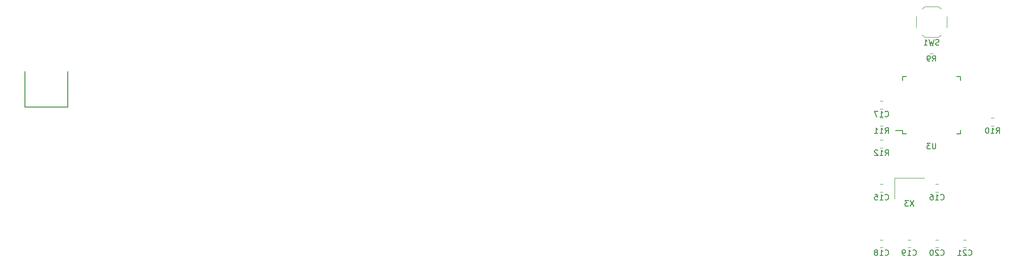
<source format=gbr>
G04 #@! TF.GenerationSoftware,KiCad,Pcbnew,5.1.6-c6e7f7d~86~ubuntu18.04.1*
G04 #@! TF.CreationDate,2020-05-28T23:24:45+02:00*
G04 #@! TF.ProjectId,keyboard-layout,6b657962-6f61-4726-942d-6c61796f7574,rev?*
G04 #@! TF.SameCoordinates,Original*
G04 #@! TF.FileFunction,Legend,Bot*
G04 #@! TF.FilePolarity,Positive*
%FSLAX46Y46*%
G04 Gerber Fmt 4.6, Leading zero omitted, Abs format (unit mm)*
G04 Created by KiCad (PCBNEW 5.1.6-c6e7f7d~86~ubuntu18.04.1) date 2020-05-28 23:24:45*
%MOMM*%
%LPD*%
G01*
G04 APERTURE LIST*
%ADD10C,0.120000*%
%ADD11C,0.200000*%
%ADD12C,0.150000*%
G04 APERTURE END LIST*
D10*
X315251248Y-40710000D02*
X315773752Y-40710000D01*
X315251248Y-39290000D02*
X315773752Y-39290000D01*
X325251248Y-40710000D02*
X325773752Y-40710000D01*
X325251248Y-39290000D02*
X325773752Y-39290000D01*
X317862500Y-38150000D02*
X323162500Y-38150000D01*
X317862500Y-41850000D02*
X317862500Y-38150000D01*
X324251248Y-15710000D02*
X324773752Y-15710000D01*
X324251248Y-14290000D02*
X324773752Y-14290000D01*
X323262500Y-12750000D02*
X325762500Y-12750000D01*
X321762500Y-11000000D02*
X321762500Y-9000000D01*
X323262500Y-7250000D02*
X325762500Y-7250000D01*
X327262500Y-11000000D02*
X327262500Y-9000000D01*
X322812500Y-12300000D02*
X323262500Y-12750000D01*
X326212500Y-12300000D02*
X325762500Y-12750000D01*
X326212500Y-7700000D02*
X325762500Y-7250000D01*
X322812500Y-7700000D02*
X323262500Y-7250000D01*
X335251248Y-28710000D02*
X335773752Y-28710000D01*
X335251248Y-27290000D02*
X335773752Y-27290000D01*
X315251248Y-28710000D02*
X315773752Y-28710000D01*
X315251248Y-27290000D02*
X315773752Y-27290000D01*
X315251248Y-32710000D02*
X315773752Y-32710000D01*
X315251248Y-31290000D02*
X315773752Y-31290000D01*
D11*
X161406250Y-25400000D02*
X169106250Y-25400000D01*
X161406250Y-25400000D02*
X161406250Y-18900000D01*
X169106250Y-25400000D02*
X169106250Y-18900000D01*
D10*
X315251248Y-25710000D02*
X315773752Y-25710000D01*
X315251248Y-24290000D02*
X315773752Y-24290000D01*
D12*
X319337500Y-29600000D02*
X318062500Y-29600000D01*
X329687500Y-30175000D02*
X329012500Y-30175000D01*
X329687500Y-19825000D02*
X329012500Y-19825000D01*
X319337500Y-19825000D02*
X320012500Y-19825000D01*
X319337500Y-30175000D02*
X320012500Y-30175000D01*
X319337500Y-19825000D02*
X319337500Y-20500000D01*
X329687500Y-19825000D02*
X329687500Y-20500000D01*
X329687500Y-30175000D02*
X329687500Y-29500000D01*
X319337500Y-30175000D02*
X319337500Y-29600000D01*
D10*
X315251248Y-50710000D02*
X315773752Y-50710000D01*
X315251248Y-49290000D02*
X315773752Y-49290000D01*
X320251248Y-50710000D02*
X320773752Y-50710000D01*
X320251248Y-49290000D02*
X320773752Y-49290000D01*
X325251248Y-50710000D02*
X325773752Y-50710000D01*
X325251248Y-49290000D02*
X325773752Y-49290000D01*
X330251248Y-50710000D02*
X330773752Y-50710000D01*
X330251248Y-49290000D02*
X330773752Y-49290000D01*
D12*
X316155357Y-42007142D02*
X316202976Y-42054761D01*
X316345833Y-42102380D01*
X316441071Y-42102380D01*
X316583928Y-42054761D01*
X316679166Y-41959523D01*
X316726785Y-41864285D01*
X316774404Y-41673809D01*
X316774404Y-41530952D01*
X316726785Y-41340476D01*
X316679166Y-41245238D01*
X316583928Y-41150000D01*
X316441071Y-41102380D01*
X316345833Y-41102380D01*
X316202976Y-41150000D01*
X316155357Y-41197619D01*
X315202976Y-42102380D02*
X315774404Y-42102380D01*
X315488690Y-42102380D02*
X315488690Y-41102380D01*
X315583928Y-41245238D01*
X315679166Y-41340476D01*
X315774404Y-41388095D01*
X314298214Y-41102380D02*
X314774404Y-41102380D01*
X314822023Y-41578571D01*
X314774404Y-41530952D01*
X314679166Y-41483333D01*
X314441071Y-41483333D01*
X314345833Y-41530952D01*
X314298214Y-41578571D01*
X314250595Y-41673809D01*
X314250595Y-41911904D01*
X314298214Y-42007142D01*
X314345833Y-42054761D01*
X314441071Y-42102380D01*
X314679166Y-42102380D01*
X314774404Y-42054761D01*
X314822023Y-42007142D01*
X326155357Y-42007142D02*
X326202976Y-42054761D01*
X326345833Y-42102380D01*
X326441071Y-42102380D01*
X326583928Y-42054761D01*
X326679166Y-41959523D01*
X326726785Y-41864285D01*
X326774404Y-41673809D01*
X326774404Y-41530952D01*
X326726785Y-41340476D01*
X326679166Y-41245238D01*
X326583928Y-41150000D01*
X326441071Y-41102380D01*
X326345833Y-41102380D01*
X326202976Y-41150000D01*
X326155357Y-41197619D01*
X325202976Y-42102380D02*
X325774404Y-42102380D01*
X325488690Y-42102380D02*
X325488690Y-41102380D01*
X325583928Y-41245238D01*
X325679166Y-41340476D01*
X325774404Y-41388095D01*
X324345833Y-41102380D02*
X324536309Y-41102380D01*
X324631547Y-41150000D01*
X324679166Y-41197619D01*
X324774404Y-41340476D01*
X324822023Y-41530952D01*
X324822023Y-41911904D01*
X324774404Y-42007142D01*
X324726785Y-42054761D01*
X324631547Y-42102380D01*
X324441071Y-42102380D01*
X324345833Y-42054761D01*
X324298214Y-42007142D01*
X324250595Y-41911904D01*
X324250595Y-41673809D01*
X324298214Y-41578571D01*
X324345833Y-41530952D01*
X324441071Y-41483333D01*
X324631547Y-41483333D01*
X324726785Y-41530952D01*
X324774404Y-41578571D01*
X324822023Y-41673809D01*
X321322023Y-42252380D02*
X320655357Y-43252380D01*
X320655357Y-42252380D02*
X321322023Y-43252380D01*
X320369642Y-42252380D02*
X319750595Y-42252380D01*
X320083928Y-42633333D01*
X319941071Y-42633333D01*
X319845833Y-42680952D01*
X319798214Y-42728571D01*
X319750595Y-42823809D01*
X319750595Y-43061904D01*
X319798214Y-43157142D01*
X319845833Y-43204761D01*
X319941071Y-43252380D01*
X320226785Y-43252380D01*
X320322023Y-43204761D01*
X320369642Y-43157142D01*
X324679166Y-17102380D02*
X325012500Y-16626190D01*
X325250595Y-17102380D02*
X325250595Y-16102380D01*
X324869642Y-16102380D01*
X324774404Y-16150000D01*
X324726785Y-16197619D01*
X324679166Y-16292857D01*
X324679166Y-16435714D01*
X324726785Y-16530952D01*
X324774404Y-16578571D01*
X324869642Y-16626190D01*
X325250595Y-16626190D01*
X324202976Y-17102380D02*
X324012500Y-17102380D01*
X323917261Y-17054761D01*
X323869642Y-17007142D01*
X323774404Y-16864285D01*
X323726785Y-16673809D01*
X323726785Y-16292857D01*
X323774404Y-16197619D01*
X323822023Y-16150000D01*
X323917261Y-16102380D01*
X324107738Y-16102380D01*
X324202976Y-16150000D01*
X324250595Y-16197619D01*
X324298214Y-16292857D01*
X324298214Y-16530952D01*
X324250595Y-16626190D01*
X324202976Y-16673809D01*
X324107738Y-16721428D01*
X323917261Y-16721428D01*
X323822023Y-16673809D01*
X323774404Y-16626190D01*
X323726785Y-16530952D01*
X325845833Y-14154761D02*
X325702976Y-14202380D01*
X325464880Y-14202380D01*
X325369642Y-14154761D01*
X325322023Y-14107142D01*
X325274404Y-14011904D01*
X325274404Y-13916666D01*
X325322023Y-13821428D01*
X325369642Y-13773809D01*
X325464880Y-13726190D01*
X325655357Y-13678571D01*
X325750595Y-13630952D01*
X325798214Y-13583333D01*
X325845833Y-13488095D01*
X325845833Y-13392857D01*
X325798214Y-13297619D01*
X325750595Y-13250000D01*
X325655357Y-13202380D01*
X325417261Y-13202380D01*
X325274404Y-13250000D01*
X324941071Y-13202380D02*
X324702976Y-14202380D01*
X324512500Y-13488095D01*
X324322023Y-14202380D01*
X324083928Y-13202380D01*
X323179166Y-14202380D02*
X323750595Y-14202380D01*
X323464880Y-14202380D02*
X323464880Y-13202380D01*
X323560119Y-13345238D01*
X323655357Y-13440476D01*
X323750595Y-13488095D01*
X336155357Y-30102380D02*
X336488690Y-29626190D01*
X336726785Y-30102380D02*
X336726785Y-29102380D01*
X336345833Y-29102380D01*
X336250595Y-29150000D01*
X336202976Y-29197619D01*
X336155357Y-29292857D01*
X336155357Y-29435714D01*
X336202976Y-29530952D01*
X336250595Y-29578571D01*
X336345833Y-29626190D01*
X336726785Y-29626190D01*
X335202976Y-30102380D02*
X335774404Y-30102380D01*
X335488690Y-30102380D02*
X335488690Y-29102380D01*
X335583928Y-29245238D01*
X335679166Y-29340476D01*
X335774404Y-29388095D01*
X334583928Y-29102380D02*
X334488690Y-29102380D01*
X334393452Y-29150000D01*
X334345833Y-29197619D01*
X334298214Y-29292857D01*
X334250595Y-29483333D01*
X334250595Y-29721428D01*
X334298214Y-29911904D01*
X334345833Y-30007142D01*
X334393452Y-30054761D01*
X334488690Y-30102380D01*
X334583928Y-30102380D01*
X334679166Y-30054761D01*
X334726785Y-30007142D01*
X334774404Y-29911904D01*
X334822023Y-29721428D01*
X334822023Y-29483333D01*
X334774404Y-29292857D01*
X334726785Y-29197619D01*
X334679166Y-29150000D01*
X334583928Y-29102380D01*
X316155357Y-30102380D02*
X316488690Y-29626190D01*
X316726785Y-30102380D02*
X316726785Y-29102380D01*
X316345833Y-29102380D01*
X316250595Y-29150000D01*
X316202976Y-29197619D01*
X316155357Y-29292857D01*
X316155357Y-29435714D01*
X316202976Y-29530952D01*
X316250595Y-29578571D01*
X316345833Y-29626190D01*
X316726785Y-29626190D01*
X315202976Y-30102380D02*
X315774404Y-30102380D01*
X315488690Y-30102380D02*
X315488690Y-29102380D01*
X315583928Y-29245238D01*
X315679166Y-29340476D01*
X315774404Y-29388095D01*
X314250595Y-30102380D02*
X314822023Y-30102380D01*
X314536309Y-30102380D02*
X314536309Y-29102380D01*
X314631547Y-29245238D01*
X314726785Y-29340476D01*
X314822023Y-29388095D01*
X316155357Y-34102380D02*
X316488690Y-33626190D01*
X316726785Y-34102380D02*
X316726785Y-33102380D01*
X316345833Y-33102380D01*
X316250595Y-33150000D01*
X316202976Y-33197619D01*
X316155357Y-33292857D01*
X316155357Y-33435714D01*
X316202976Y-33530952D01*
X316250595Y-33578571D01*
X316345833Y-33626190D01*
X316726785Y-33626190D01*
X315202976Y-34102380D02*
X315774404Y-34102380D01*
X315488690Y-34102380D02*
X315488690Y-33102380D01*
X315583928Y-33245238D01*
X315679166Y-33340476D01*
X315774404Y-33388095D01*
X314822023Y-33197619D02*
X314774404Y-33150000D01*
X314679166Y-33102380D01*
X314441071Y-33102380D01*
X314345833Y-33150000D01*
X314298214Y-33197619D01*
X314250595Y-33292857D01*
X314250595Y-33388095D01*
X314298214Y-33530952D01*
X314869642Y-34102380D01*
X314250595Y-34102380D01*
X316155357Y-27007142D02*
X316202976Y-27054761D01*
X316345833Y-27102380D01*
X316441071Y-27102380D01*
X316583928Y-27054761D01*
X316679166Y-26959523D01*
X316726785Y-26864285D01*
X316774404Y-26673809D01*
X316774404Y-26530952D01*
X316726785Y-26340476D01*
X316679166Y-26245238D01*
X316583928Y-26150000D01*
X316441071Y-26102380D01*
X316345833Y-26102380D01*
X316202976Y-26150000D01*
X316155357Y-26197619D01*
X315202976Y-27102380D02*
X315774404Y-27102380D01*
X315488690Y-27102380D02*
X315488690Y-26102380D01*
X315583928Y-26245238D01*
X315679166Y-26340476D01*
X315774404Y-26388095D01*
X314869642Y-26102380D02*
X314202976Y-26102380D01*
X314631547Y-27102380D01*
X325274404Y-31902380D02*
X325274404Y-32711904D01*
X325226785Y-32807142D01*
X325179166Y-32854761D01*
X325083928Y-32902380D01*
X324893452Y-32902380D01*
X324798214Y-32854761D01*
X324750595Y-32807142D01*
X324702976Y-32711904D01*
X324702976Y-31902380D01*
X324322023Y-31902380D02*
X323702976Y-31902380D01*
X324036309Y-32283333D01*
X323893452Y-32283333D01*
X323798214Y-32330952D01*
X323750595Y-32378571D01*
X323702976Y-32473809D01*
X323702976Y-32711904D01*
X323750595Y-32807142D01*
X323798214Y-32854761D01*
X323893452Y-32902380D01*
X324179166Y-32902380D01*
X324274404Y-32854761D01*
X324322023Y-32807142D01*
X316155357Y-52007142D02*
X316202976Y-52054761D01*
X316345833Y-52102380D01*
X316441071Y-52102380D01*
X316583928Y-52054761D01*
X316679166Y-51959523D01*
X316726785Y-51864285D01*
X316774404Y-51673809D01*
X316774404Y-51530952D01*
X316726785Y-51340476D01*
X316679166Y-51245238D01*
X316583928Y-51150000D01*
X316441071Y-51102380D01*
X316345833Y-51102380D01*
X316202976Y-51150000D01*
X316155357Y-51197619D01*
X315202976Y-52102380D02*
X315774404Y-52102380D01*
X315488690Y-52102380D02*
X315488690Y-51102380D01*
X315583928Y-51245238D01*
X315679166Y-51340476D01*
X315774404Y-51388095D01*
X314631547Y-51530952D02*
X314726785Y-51483333D01*
X314774404Y-51435714D01*
X314822023Y-51340476D01*
X314822023Y-51292857D01*
X314774404Y-51197619D01*
X314726785Y-51150000D01*
X314631547Y-51102380D01*
X314441071Y-51102380D01*
X314345833Y-51150000D01*
X314298214Y-51197619D01*
X314250595Y-51292857D01*
X314250595Y-51340476D01*
X314298214Y-51435714D01*
X314345833Y-51483333D01*
X314441071Y-51530952D01*
X314631547Y-51530952D01*
X314726785Y-51578571D01*
X314774404Y-51626190D01*
X314822023Y-51721428D01*
X314822023Y-51911904D01*
X314774404Y-52007142D01*
X314726785Y-52054761D01*
X314631547Y-52102380D01*
X314441071Y-52102380D01*
X314345833Y-52054761D01*
X314298214Y-52007142D01*
X314250595Y-51911904D01*
X314250595Y-51721428D01*
X314298214Y-51626190D01*
X314345833Y-51578571D01*
X314441071Y-51530952D01*
X321155357Y-52007142D02*
X321202976Y-52054761D01*
X321345833Y-52102380D01*
X321441071Y-52102380D01*
X321583928Y-52054761D01*
X321679166Y-51959523D01*
X321726785Y-51864285D01*
X321774404Y-51673809D01*
X321774404Y-51530952D01*
X321726785Y-51340476D01*
X321679166Y-51245238D01*
X321583928Y-51150000D01*
X321441071Y-51102380D01*
X321345833Y-51102380D01*
X321202976Y-51150000D01*
X321155357Y-51197619D01*
X320202976Y-52102380D02*
X320774404Y-52102380D01*
X320488690Y-52102380D02*
X320488690Y-51102380D01*
X320583928Y-51245238D01*
X320679166Y-51340476D01*
X320774404Y-51388095D01*
X319726785Y-52102380D02*
X319536309Y-52102380D01*
X319441071Y-52054761D01*
X319393452Y-52007142D01*
X319298214Y-51864285D01*
X319250595Y-51673809D01*
X319250595Y-51292857D01*
X319298214Y-51197619D01*
X319345833Y-51150000D01*
X319441071Y-51102380D01*
X319631547Y-51102380D01*
X319726785Y-51150000D01*
X319774404Y-51197619D01*
X319822023Y-51292857D01*
X319822023Y-51530952D01*
X319774404Y-51626190D01*
X319726785Y-51673809D01*
X319631547Y-51721428D01*
X319441071Y-51721428D01*
X319345833Y-51673809D01*
X319298214Y-51626190D01*
X319250595Y-51530952D01*
X326155357Y-52007142D02*
X326202976Y-52054761D01*
X326345833Y-52102380D01*
X326441071Y-52102380D01*
X326583928Y-52054761D01*
X326679166Y-51959523D01*
X326726785Y-51864285D01*
X326774404Y-51673809D01*
X326774404Y-51530952D01*
X326726785Y-51340476D01*
X326679166Y-51245238D01*
X326583928Y-51150000D01*
X326441071Y-51102380D01*
X326345833Y-51102380D01*
X326202976Y-51150000D01*
X326155357Y-51197619D01*
X325774404Y-51197619D02*
X325726785Y-51150000D01*
X325631547Y-51102380D01*
X325393452Y-51102380D01*
X325298214Y-51150000D01*
X325250595Y-51197619D01*
X325202976Y-51292857D01*
X325202976Y-51388095D01*
X325250595Y-51530952D01*
X325822023Y-52102380D01*
X325202976Y-52102380D01*
X324583928Y-51102380D02*
X324488690Y-51102380D01*
X324393452Y-51150000D01*
X324345833Y-51197619D01*
X324298214Y-51292857D01*
X324250595Y-51483333D01*
X324250595Y-51721428D01*
X324298214Y-51911904D01*
X324345833Y-52007142D01*
X324393452Y-52054761D01*
X324488690Y-52102380D01*
X324583928Y-52102380D01*
X324679166Y-52054761D01*
X324726785Y-52007142D01*
X324774404Y-51911904D01*
X324822023Y-51721428D01*
X324822023Y-51483333D01*
X324774404Y-51292857D01*
X324726785Y-51197619D01*
X324679166Y-51150000D01*
X324583928Y-51102380D01*
X331155357Y-52007142D02*
X331202976Y-52054761D01*
X331345833Y-52102380D01*
X331441071Y-52102380D01*
X331583928Y-52054761D01*
X331679166Y-51959523D01*
X331726785Y-51864285D01*
X331774404Y-51673809D01*
X331774404Y-51530952D01*
X331726785Y-51340476D01*
X331679166Y-51245238D01*
X331583928Y-51150000D01*
X331441071Y-51102380D01*
X331345833Y-51102380D01*
X331202976Y-51150000D01*
X331155357Y-51197619D01*
X330774404Y-51197619D02*
X330726785Y-51150000D01*
X330631547Y-51102380D01*
X330393452Y-51102380D01*
X330298214Y-51150000D01*
X330250595Y-51197619D01*
X330202976Y-51292857D01*
X330202976Y-51388095D01*
X330250595Y-51530952D01*
X330822023Y-52102380D01*
X330202976Y-52102380D01*
X329250595Y-52102380D02*
X329822023Y-52102380D01*
X329536309Y-52102380D02*
X329536309Y-51102380D01*
X329631547Y-51245238D01*
X329726785Y-51340476D01*
X329822023Y-51388095D01*
M02*

</source>
